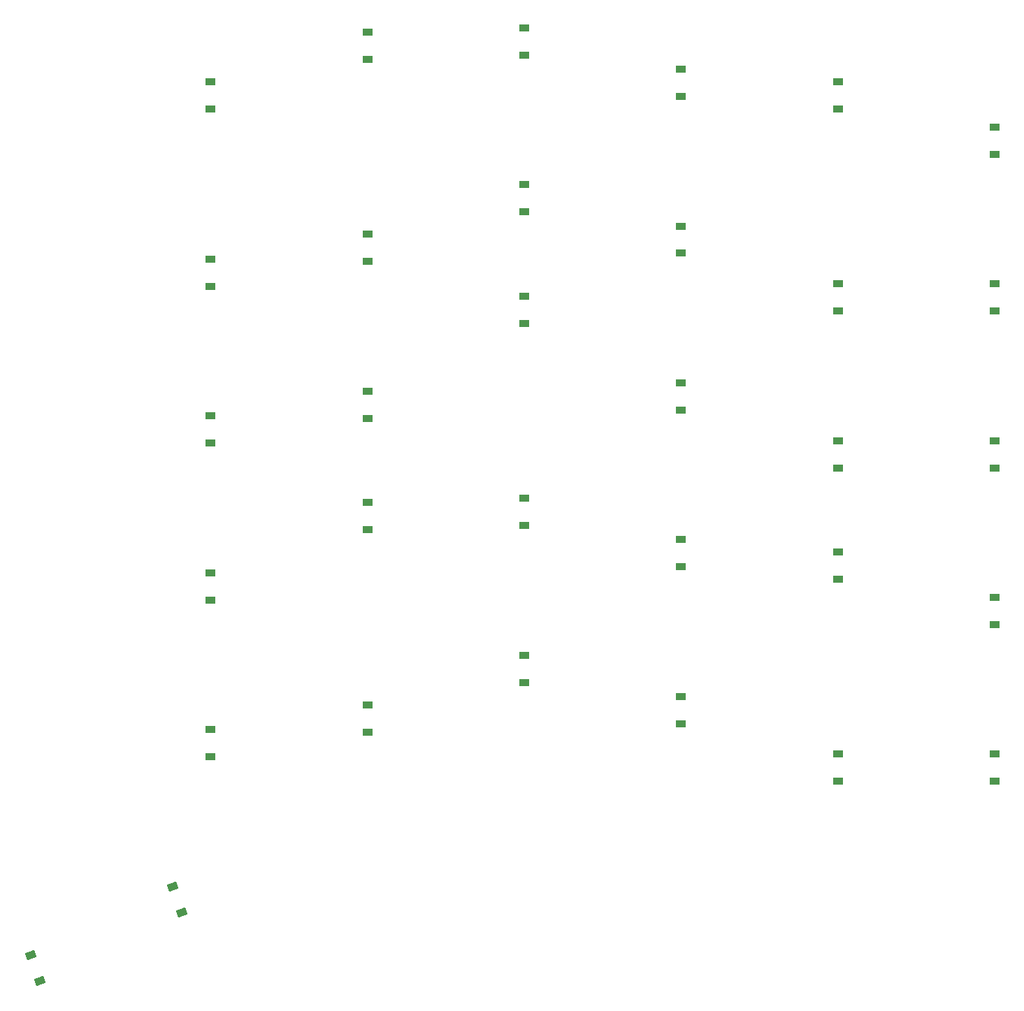
<source format=gtp>
%TF.GenerationSoftware,KiCad,Pcbnew,9.0.6*%
%TF.CreationDate,2025-11-12T17:31:49+01:00*%
%TF.ProjectId,right_finished,72696768-745f-4666-996e-69736865642e,1*%
%TF.SameCoordinates,Original*%
%TF.FileFunction,Paste,Top*%
%TF.FilePolarity,Positive*%
%FSLAX46Y46*%
G04 Gerber Fmt 4.6, Leading zero omitted, Abs format (unit mm)*
G04 Created by KiCad (PCBNEW 9.0.6) date 2025-11-12 17:31:49*
%MOMM*%
%LPD*%
G01*
G04 APERTURE LIST*
G04 Aperture macros list*
%AMRotRect*
0 Rectangle, with rotation*
0 The origin of the aperture is its center*
0 $1 length*
0 $2 width*
0 $3 Rotation angle, in degrees counterclockwise*
0 Add horizontal line*
21,1,$1,$2,0,0,$3*%
G04 Aperture macros list end*
%ADD10R,1.200000X0.900000*%
%ADD11RotRect,0.900000X1.200000X290.000000*%
G04 APERTURE END LIST*
D10*
%TO.C,D11*%
X233025000Y-133400000D03*
X233025000Y-136700000D03*
%TD*%
%TO.C,D29*%
X195025000Y-90900000D03*
X195025000Y-94200000D03*
%TD*%
%TO.C,D25*%
X252025000Y-153900000D03*
X252025000Y-157200000D03*
%TD*%
%TO.C,D7*%
X252025000Y-140400000D03*
X252025000Y-143700000D03*
%TD*%
%TO.C,D14*%
X214025000Y-166400000D03*
X214025000Y-169700000D03*
%TD*%
%TO.C,D6*%
X252025000Y-178400000D03*
X252025000Y-181700000D03*
%TD*%
%TO.C,D28*%
X195025000Y-147900000D03*
X195025000Y-151200000D03*
%TD*%
%TO.C,D21*%
X176025000Y-175400000D03*
X176025000Y-178700000D03*
%TD*%
%TO.C,D1*%
X271025000Y-178400000D03*
X271025000Y-181700000D03*
%TD*%
%TO.C,D17*%
X214025000Y-90400000D03*
X214025000Y-93700000D03*
%TD*%
%TO.C,D22*%
X176025000Y-156400000D03*
X176025000Y-159700000D03*
%TD*%
%TO.C,D23*%
X176025000Y-137400000D03*
X176025000Y-140700000D03*
%TD*%
%TO.C,D16*%
X214025000Y-109400000D03*
X214025000Y-112700000D03*
%TD*%
D11*
%TO.C,D31*%
X171437340Y-194470674D03*
X172566006Y-197571660D03*
%TD*%
D10*
%TO.C,D18*%
X195025000Y-172400000D03*
X195025000Y-175700000D03*
%TD*%
%TO.C,D3*%
X271025000Y-140400000D03*
X271025000Y-143700000D03*
%TD*%
%TO.C,D20*%
X195025000Y-115400000D03*
X195025000Y-118700000D03*
%TD*%
%TO.C,D19*%
X195025000Y-134400000D03*
X195025000Y-137700000D03*
%TD*%
%TO.C,D12*%
X233025000Y-114400000D03*
X233025000Y-117700000D03*
%TD*%
%TO.C,D9*%
X233025000Y-171400000D03*
X233025000Y-174700000D03*
%TD*%
%TO.C,D27*%
X214025000Y-122900000D03*
X214025000Y-126200000D03*
%TD*%
%TO.C,D10*%
X233025000Y-152400000D03*
X233025000Y-155700000D03*
%TD*%
%TO.C,D13*%
X233025000Y-95400000D03*
X233025000Y-98700000D03*
%TD*%
%TO.C,D4*%
X271025000Y-121400000D03*
X271025000Y-124700000D03*
%TD*%
%TO.C,D2*%
X271025000Y-159400000D03*
X271025000Y-162700000D03*
%TD*%
%TO.C,D8*%
X252025000Y-121400000D03*
X252025000Y-124700000D03*
%TD*%
%TO.C,D5*%
X271025000Y-102400000D03*
X271025000Y-105700000D03*
%TD*%
%TO.C,D26*%
X252025000Y-96900000D03*
X252025000Y-100200000D03*
%TD*%
%TO.C,D24*%
X176025000Y-118400000D03*
X176025000Y-121700000D03*
%TD*%
D11*
%TO.C,D32*%
X154233018Y-202754473D03*
X155361684Y-205855459D03*
%TD*%
D10*
%TO.C,D15*%
X214025000Y-147400000D03*
X214025000Y-150700000D03*
%TD*%
%TO.C,D30*%
X176025000Y-96900000D03*
X176025000Y-100200000D03*
%TD*%
M02*

</source>
